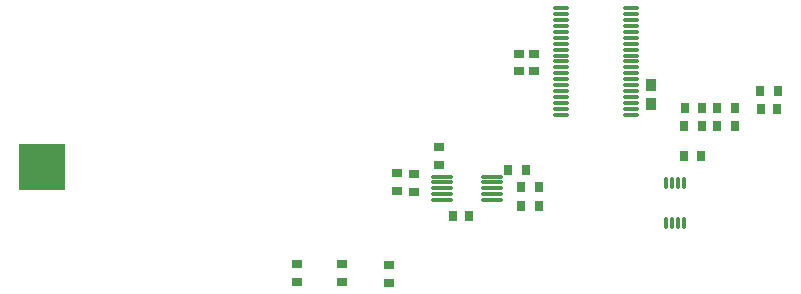
<source format=gbp>
G04*
G04 #@! TF.GenerationSoftware,Altium Limited,Altium Designer,20.1.7 (139)*
G04*
G04 Layer_Color=128*
%FSLAX23Y23*%
%MOIN*%
G70*
G04*
G04 #@! TF.SameCoordinates,7C998F9C-D2B3-43E1-8EDA-AE96681A2DE1*
G04*
G04*
G04 #@! TF.FilePolarity,Positive*
G04*
G01*
G75*
%ADD21R,0.035X0.031*%
%ADD22R,0.035X0.028*%
%ADD24R,0.031X0.035*%
%ADD26R,0.028X0.035*%
%ADD28R,0.037X0.039*%
G04:AMPARAMS|DCode=66|XSize=12mil|YSize=39mil|CornerRadius=2mil|HoleSize=0mil|Usage=FLASHONLY|Rotation=0.000|XOffset=0mil|YOffset=0mil|HoleType=Round|Shape=RoundedRectangle|*
%AMROUNDEDRECTD66*
21,1,0.012,0.035,0,0,0.0*
21,1,0.008,0.039,0,0,0.0*
1,1,0.004,0.004,-0.018*
1,1,0.004,-0.004,-0.018*
1,1,0.004,-0.004,0.018*
1,1,0.004,0.004,0.018*
%
%ADD66ROUNDEDRECTD66*%
%ADD67R,0.156X0.156*%
%ADD68O,0.055X0.012*%
%ADD69O,0.079X0.012*%
D21*
X1975Y1070D02*
D03*
Y1126D02*
D03*
X1925Y1070D02*
D03*
Y1125D02*
D03*
D22*
X1660Y754D02*
D03*
Y814D02*
D03*
X1519Y728D02*
D03*
Y668D02*
D03*
X1576Y726D02*
D03*
Y667D02*
D03*
X1494Y363D02*
D03*
Y423D02*
D03*
X1335Y365D02*
D03*
Y424D02*
D03*
X1186Y366D02*
D03*
Y426D02*
D03*
D24*
X2532Y786D02*
D03*
X2477D02*
D03*
X1705Y584D02*
D03*
X1761D02*
D03*
X2480Y946D02*
D03*
X2535D02*
D03*
X2788Y943D02*
D03*
X2733D02*
D03*
D26*
X2536Y886D02*
D03*
X2476D02*
D03*
X1994Y683D02*
D03*
X1934D02*
D03*
X1993Y620D02*
D03*
X1933D02*
D03*
X1950Y739D02*
D03*
X1890D02*
D03*
X2587Y886D02*
D03*
X2647D02*
D03*
X2587Y945D02*
D03*
X2646D02*
D03*
X2790Y1003D02*
D03*
X2731D02*
D03*
D28*
X2367Y960D02*
D03*
Y1023D02*
D03*
D66*
X2417Y697D02*
D03*
X2437D02*
D03*
X2456D02*
D03*
X2476D02*
D03*
X2417Y563D02*
D03*
X2437D02*
D03*
X2456D02*
D03*
X2476D02*
D03*
D67*
X338Y750D02*
D03*
D68*
X2067Y923D02*
D03*
Y943D02*
D03*
Y963D02*
D03*
Y982D02*
D03*
Y1002D02*
D03*
Y1022D02*
D03*
Y1042D02*
D03*
Y1061D02*
D03*
Y1081D02*
D03*
Y1101D02*
D03*
Y1120D02*
D03*
Y1140D02*
D03*
Y1160D02*
D03*
Y1179D02*
D03*
Y1199D02*
D03*
Y1219D02*
D03*
Y1238D02*
D03*
Y1258D02*
D03*
Y1278D02*
D03*
X2299D02*
D03*
Y1258D02*
D03*
Y1238D02*
D03*
Y1219D02*
D03*
Y1199D02*
D03*
Y1179D02*
D03*
Y1160D02*
D03*
Y1140D02*
D03*
Y1120D02*
D03*
Y1101D02*
D03*
Y1081D02*
D03*
Y1061D02*
D03*
Y1042D02*
D03*
Y1022D02*
D03*
Y1002D02*
D03*
Y982D02*
D03*
Y963D02*
D03*
Y943D02*
D03*
Y923D02*
D03*
D69*
X1669Y639D02*
D03*
Y658D02*
D03*
Y678D02*
D03*
Y698D02*
D03*
Y717D02*
D03*
X1835Y639D02*
D03*
Y658D02*
D03*
Y678D02*
D03*
Y698D02*
D03*
Y717D02*
D03*
M02*

</source>
